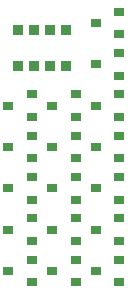
<source format=gbp>
%TF.GenerationSoftware,KiCad,Pcbnew,(5.1.9)-1*%
%TF.CreationDate,2022-08-29T18:21:33+02:00*%
%TF.ProjectId,mux,6d75782e-6b69-4636-9164-5f7063625858,rev?*%
%TF.SameCoordinates,Original*%
%TF.FileFunction,Paste,Bot*%
%TF.FilePolarity,Positive*%
%FSLAX46Y46*%
G04 Gerber Fmt 4.6, Leading zero omitted, Abs format (unit mm)*
G04 Created by KiCad (PCBNEW (5.1.9)-1) date 2022-08-29 18:21:33*
%MOMM*%
%LPD*%
G01*
G04 APERTURE LIST*
%ADD10R,0.900000X0.900000*%
%ADD11R,0.900000X0.800000*%
G04 APERTURE END LIST*
D10*
%TO.C,RN2*%
X141790000Y-42950000D03*
X140450000Y-42950000D03*
X144450000Y-42950000D03*
X143110000Y-42950000D03*
X141790000Y-45950000D03*
X143110000Y-45950000D03*
X140450000Y-45950000D03*
X144450000Y-45950000D03*
%TD*%
D11*
%TO.C,Q34*%
X143300000Y-63350000D03*
X145300000Y-64300000D03*
X145300000Y-62400000D03*
%TD*%
%TO.C,Q33*%
X147000000Y-63350000D03*
X149000000Y-64300000D03*
X149000000Y-62400000D03*
%TD*%
%TO.C,Q32*%
X147000000Y-59850000D03*
X149000000Y-60800000D03*
X149000000Y-58900000D03*
%TD*%
%TO.C,Q31*%
X147000000Y-56350000D03*
X149000000Y-57300000D03*
X149000000Y-55400000D03*
%TD*%
%TO.C,Q30*%
X147000000Y-52850000D03*
X149000000Y-53800000D03*
X149000000Y-51900000D03*
%TD*%
%TO.C,Q29*%
X147000000Y-49350000D03*
X149000000Y-50300000D03*
X149000000Y-48400000D03*
%TD*%
%TO.C,Q28*%
X147000000Y-45850000D03*
X149000000Y-46800000D03*
X149000000Y-44900000D03*
%TD*%
%TO.C,Q27*%
X147000000Y-42350000D03*
X149000000Y-43300000D03*
X149000000Y-41400000D03*
%TD*%
%TO.C,Q26*%
X139600000Y-59850000D03*
X141600000Y-60800000D03*
X141600000Y-58900000D03*
%TD*%
%TO.C,Q25*%
X139600000Y-63350000D03*
X141600000Y-64300000D03*
X141600000Y-62400000D03*
%TD*%
%TO.C,Q24*%
X139600000Y-49350000D03*
X141600000Y-50300000D03*
X141600000Y-48400000D03*
%TD*%
%TO.C,Q23*%
X143300000Y-59850000D03*
X145300000Y-60800000D03*
X145300000Y-58900000D03*
%TD*%
%TO.C,Q22*%
X143300000Y-56350000D03*
X145300000Y-57300000D03*
X145300000Y-55400000D03*
%TD*%
%TO.C,Q21*%
X143300000Y-52850000D03*
X145300000Y-53800000D03*
X145300000Y-51900000D03*
%TD*%
%TO.C,Q20*%
X143300000Y-49350000D03*
X145300000Y-50300000D03*
X145300000Y-48400000D03*
%TD*%
%TO.C,Q19*%
X139600000Y-56350000D03*
X141600000Y-57300000D03*
X141600000Y-55400000D03*
%TD*%
%TO.C,Q18*%
X139600000Y-52850000D03*
X141600000Y-53800000D03*
X141600000Y-51900000D03*
%TD*%
M02*

</source>
